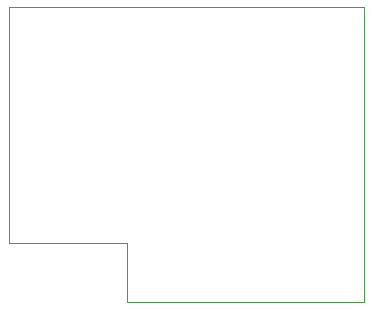
<source format=gbr>
%TF.GenerationSoftware,KiCad,Pcbnew,(5.1.8-0-10_14)*%
%TF.CreationDate,2020-11-29T00:29:28+01:00*%
%TF.ProjectId,FET_Driver,4645545f-4472-4697-9665-722e6b696361,rev?*%
%TF.SameCoordinates,Original*%
%TF.FileFunction,Profile,NP*%
%FSLAX46Y46*%
G04 Gerber Fmt 4.6, Leading zero omitted, Abs format (unit mm)*
G04 Created by KiCad (PCBNEW (5.1.8-0-10_14)) date 2020-11-29 00:29:28*
%MOMM*%
%LPD*%
G01*
G04 APERTURE LIST*
%TA.AperFunction,Profile*%
%ADD10C,0.050000*%
%TD*%
G04 APERTURE END LIST*
D10*
X120000000Y-88000000D02*
X110000000Y-88000000D01*
X120000000Y-93000000D02*
X120000000Y-88000000D01*
X110000000Y-68000000D02*
X110000000Y-88000000D01*
X140000000Y-68000000D02*
X110000000Y-68000000D01*
X140000000Y-93000000D02*
X140000000Y-68000000D01*
X120000000Y-93000000D02*
X140000000Y-93000000D01*
M02*

</source>
